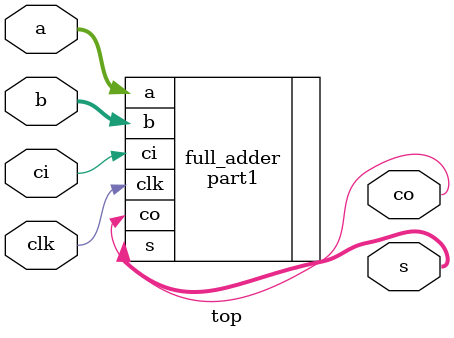
<source format=v>
module top(
    input clk, 
    input [63:0] a, 
    input [63:0] b, 
    input ci,
    
    output [63:0] s, 
    output co
);
    part1 #(.WIDTH(64)) full_adder(.clk(clk), .a(a), .b(b), .ci(ci), .s(s), .co(co));
    
   //part2 carry_full_adder2(.clk(clk), .a(a), .b(b), .ci(ci), .s(s), .co(co));
   
 //  part3 #(.WIDTH(128)) behavioral_adder(.clk(clk), .a(a), .b(b), .ci(ci), .s(s), .co(co));
   
  // part5 CLA(.clk(clk), .a(a), .b(b), .ci(ci), .s(s), .co(co));
    
endmodule
</source>
